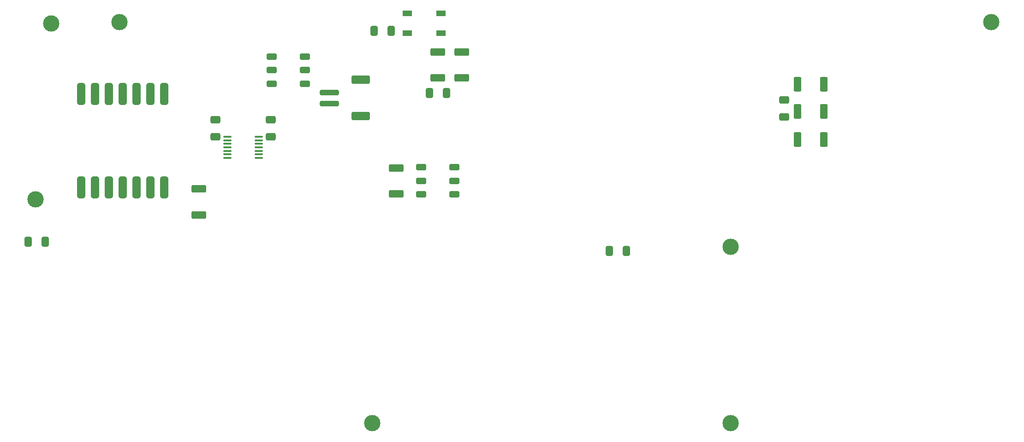
<source format=gbp>
%TF.GenerationSoftware,KiCad,Pcbnew,8.0.1*%
%TF.CreationDate,2024-04-20T15:08:51-05:00*%
%TF.ProjectId,badge,62616467-652e-46b6-9963-61645f706362,rev?*%
%TF.SameCoordinates,Original*%
%TF.FileFunction,Paste,Bot*%
%TF.FilePolarity,Positive*%
%FSLAX46Y46*%
G04 Gerber Fmt 4.6, Leading zero omitted, Abs format (unit mm)*
G04 Created by KiCad (PCBNEW 8.0.1) date 2024-04-20 15:08:51*
%MOMM*%
%LPD*%
G01*
G04 APERTURE LIST*
G04 Aperture macros list*
%AMRoundRect*
0 Rectangle with rounded corners*
0 $1 Rounding radius*
0 $2 $3 $4 $5 $6 $7 $8 $9 X,Y pos of 4 corners*
0 Add a 4 corners polygon primitive as box body*
4,1,4,$2,$3,$4,$5,$6,$7,$8,$9,$2,$3,0*
0 Add four circle primitives for the rounded corners*
1,1,$1+$1,$2,$3*
1,1,$1+$1,$4,$5*
1,1,$1+$1,$6,$7*
1,1,$1+$1,$8,$9*
0 Add four rect primitives between the rounded corners*
20,1,$1+$1,$2,$3,$4,$5,0*
20,1,$1+$1,$4,$5,$6,$7,0*
20,1,$1+$1,$6,$7,$8,$9,0*
20,1,$1+$1,$8,$9,$2,$3,0*%
G04 Aperture macros list end*
%ADD10C,3.000000*%
%ADD11RoundRect,0.249999X1.075001X-0.450001X1.075001X0.450001X-1.075001X0.450001X-1.075001X-0.450001X0*%
%ADD12RoundRect,0.249999X-1.075001X0.450001X-1.075001X-0.450001X1.075001X-0.450001X1.075001X0.450001X0*%
%ADD13RoundRect,0.250000X0.650000X-0.412500X0.650000X0.412500X-0.650000X0.412500X-0.650000X-0.412500X0*%
%ADD14RoundRect,0.250000X0.412500X0.650000X-0.412500X0.650000X-0.412500X-0.650000X0.412500X-0.650000X0*%
%ADD15RoundRect,0.250000X-1.500000X0.250000X-1.500000X-0.250000X1.500000X-0.250000X1.500000X0.250000X0*%
%ADD16RoundRect,0.250001X-1.449999X0.499999X-1.449999X-0.499999X1.449999X-0.499999X1.449999X0.499999X0*%
%ADD17RoundRect,0.300000X0.650000X-0.300000X0.650000X0.300000X-0.650000X0.300000X-0.650000X-0.300000X0*%
%ADD18RoundRect,0.249999X-0.450001X-1.075001X0.450001X-1.075001X0.450001X1.075001X-0.450001X1.075001X0*%
%ADD19RoundRect,0.300000X-0.650000X0.300000X-0.650000X-0.300000X0.650000X-0.300000X0.650000X0.300000X0*%
%ADD20R,1.800000X1.100000*%
%ADD21RoundRect,0.100000X0.637500X0.100000X-0.637500X0.100000X-0.637500X-0.100000X0.637500X-0.100000X0*%
%ADD22RoundRect,0.375000X-0.375000X1.625000X-0.375000X-1.625000X0.375000X-1.625000X0.375000X1.625000X0*%
%ADD23RoundRect,0.249999X0.450001X1.075001X-0.450001X1.075001X-0.450001X-1.075001X0.450001X-1.075001X0*%
G04 APERTURE END LIST*
D10*
%TO.C,lanyard1*%
X68580000Y-62230000D03*
%TD*%
%TO.C,U2*%
X114960000Y-136020000D03*
X180760000Y-103520000D03*
X180760000Y-136020000D03*
%TD*%
%TO.C,lanyard2*%
X228600000Y-62230000D03*
%TD*%
%TO.C,U2*%
X56004294Y-62458587D03*
X53171733Y-94834914D03*
%TD*%
D11*
%TO.C,R3*%
X127000000Y-72507064D03*
X127000000Y-67707064D03*
%TD*%
D12*
%TO.C,R11*%
X119380000Y-89040000D03*
X119380000Y-93840000D03*
%TD*%
D13*
%TO.C,C41*%
X96350000Y-83305000D03*
X96350000Y-80180000D03*
%TD*%
D12*
%TO.C,R41*%
X83100000Y-92900000D03*
X83100000Y-97700000D03*
%TD*%
D14*
%TO.C,C1*%
X54902500Y-102600000D03*
X51777500Y-102600000D03*
%TD*%
%TO.C,C4*%
X161582500Y-104340000D03*
X158457500Y-104340000D03*
%TD*%
D15*
%TO.C,BT1*%
X107124214Y-75200000D03*
X107124214Y-77200000D03*
D16*
X112874214Y-72850000D03*
X112874214Y-79550000D03*
%TD*%
D14*
%TO.C,C2*%
X118402500Y-63850000D03*
X115277500Y-63850000D03*
%TD*%
D17*
%TO.C,SW1*%
X102620000Y-73580000D03*
X102620000Y-71080000D03*
X102620000Y-68580000D03*
X96520000Y-73580000D03*
X96520000Y-71080000D03*
X96520000Y-68580000D03*
%TD*%
D14*
%TO.C,C3*%
X128562500Y-75260000D03*
X125437500Y-75260000D03*
%TD*%
D18*
%TO.C,R4*%
X193040000Y-73660000D03*
X197840000Y-73660000D03*
%TD*%
D19*
%TO.C,SW3*%
X123950000Y-88940000D03*
X123950000Y-91440000D03*
X123950000Y-93940000D03*
X130050000Y-88940000D03*
X130050000Y-91440000D03*
X130050000Y-93940000D03*
%TD*%
D13*
%TO.C,C5*%
X190600000Y-79712500D03*
X190600000Y-76587500D03*
%TD*%
D20*
%TO.C,SW2*%
X127560000Y-60610000D03*
X121360000Y-60610000D03*
X127560000Y-64310000D03*
X121360000Y-64310000D03*
%TD*%
D21*
%TO.C,U4*%
X94132500Y-83310000D03*
X94132500Y-83960000D03*
X94132500Y-84610000D03*
X94132500Y-85260000D03*
X94132500Y-85910000D03*
X94132500Y-86560000D03*
X94132500Y-87210000D03*
X88407500Y-87210000D03*
X88407500Y-86560000D03*
X88407500Y-85910000D03*
X88407500Y-85260000D03*
X88407500Y-84610000D03*
X88407500Y-83960000D03*
X88407500Y-83310000D03*
%TD*%
D13*
%TO.C,C42*%
X86190000Y-83305000D03*
X86190000Y-80180000D03*
%TD*%
D22*
%TO.C,U1*%
X61580490Y-75475780D03*
X64120490Y-75475780D03*
X66660490Y-75475780D03*
X69200490Y-75475780D03*
X71740490Y-75475780D03*
X74280490Y-75475780D03*
X76820490Y-75475780D03*
X76820490Y-92640340D03*
X74280490Y-92640340D03*
X71740490Y-92640340D03*
X69200490Y-92640340D03*
X66660490Y-92640340D03*
X64120490Y-92640340D03*
X61580490Y-92640340D03*
%TD*%
D11*
%TO.C,R1*%
X131400000Y-72507064D03*
X131400000Y-67707064D03*
%TD*%
D18*
%TO.C,R5*%
X193040000Y-78700000D03*
X197840000Y-78700000D03*
%TD*%
D23*
%TO.C,R7*%
X197840000Y-83820000D03*
X193040000Y-83820000D03*
%TD*%
M02*

</source>
